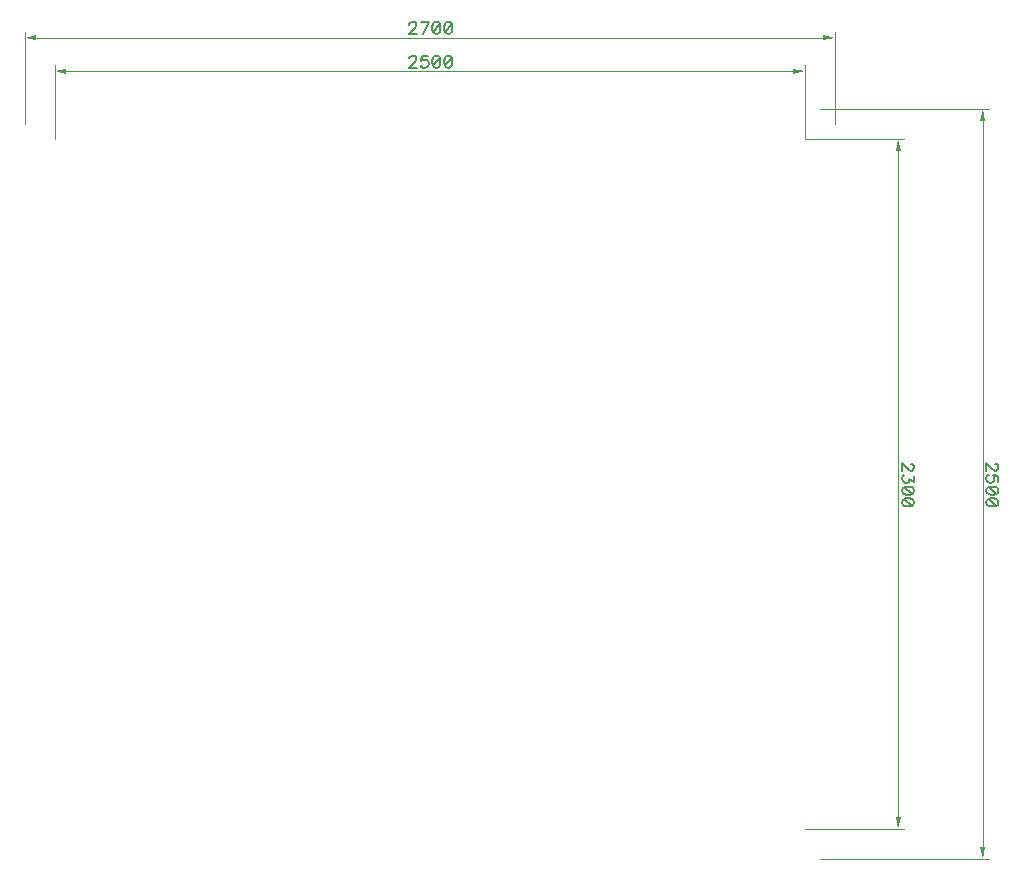
<source format=gbr>
%TF.GenerationSoftware,Novarm,DipTrace,3.2.0.1*%
%TF.CreationDate,2018-09-21T15:33:19-08:00*%
%FSLAX26Y26*%
%MOIN*%
%TF.FileFunction,Drawing,Top*%
%TF.Part,Single*%
%ADD14C,0.001378*%
%ADD143C,0.006176*%
G75*
G01*
%LPD*%
X2993701Y2793701D2*
D14*
X3325886D1*
X2993701Y493701D2*
X3325886D1*
X3306201Y1643701D2*
Y2754331D1*
G36*
Y2793701D2*
X3314075Y2754331D1*
X3298327D1*
X3306201Y2793701D1*
G37*
Y1643701D2*
D14*
Y533071D1*
G36*
Y493701D2*
X3298327Y533071D1*
X3314075D1*
X3306201Y493701D1*
G37*
X493701Y2793701D2*
D14*
Y3038387D1*
X2993701Y2793701D2*
Y3038387D1*
X1743701Y3018702D2*
X533071D1*
G36*
X493701D2*
X533071Y3026576D1*
Y3010828D1*
X493701Y3018702D1*
G37*
X1743701D2*
D14*
X2954331D1*
G36*
X2993701D2*
X2954331Y3010828D1*
Y3026576D1*
X2993701Y3018702D1*
G37*
X393701Y2843701D2*
D14*
Y3150861D1*
X3093701Y2843701D2*
Y3150861D1*
X1743701Y3131176D2*
X433071D1*
G36*
X393701D2*
X433071Y3139050D1*
Y3123302D1*
X393701Y3131176D1*
G37*
X1743701D2*
D14*
X3054331D1*
G36*
X3093701D2*
X3054331Y3123302D1*
Y3139050D1*
X3093701Y3131176D1*
G37*
X3043701Y2893701D2*
D14*
X3606801D1*
X3043701Y393701D2*
X3606801D1*
X3587116Y1643701D2*
Y2854331D1*
G36*
Y2893701D2*
X3594990Y2854331D1*
X3579242D1*
X3587116Y2893701D1*
G37*
Y1643701D2*
D14*
Y433071D1*
G36*
Y393701D2*
X3579242Y433071D1*
X3594990D1*
X3587116Y393701D1*
G37*
X3349009Y1710784D2*
D143*
X3350910D1*
X3354757Y1708883D1*
X3356658Y1706982D1*
X3358560Y1703135D1*
Y1695485D1*
X3356658Y1691683D1*
X3354757Y1689782D1*
X3350910Y1687836D1*
X3347108D1*
X3343261Y1689782D1*
X3337557Y1693584D1*
X3318412Y1712730D1*
Y1685935D1*
X3358560Y1669737D2*
Y1648734D1*
X3343261Y1660186D1*
Y1654438D1*
X3341360Y1650636D1*
X3339458Y1648734D1*
X3333710Y1646789D1*
X3329908D1*
X3324160Y1648734D1*
X3320313Y1652537D1*
X3318412Y1658285D1*
Y1664033D1*
X3320313Y1669737D1*
X3322259Y1671638D1*
X3326061Y1673584D1*
X3358560Y1622941D2*
X3356658Y1628689D1*
X3350910Y1632536D1*
X3341360Y1634437D1*
X3335612D1*
X3326061Y1632536D1*
X3320313Y1628689D1*
X3318412Y1622941D1*
Y1619139D1*
X3320313Y1613391D1*
X3326061Y1609588D1*
X3335612Y1607643D1*
X3341360D1*
X3350910Y1609588D1*
X3356658Y1613391D1*
X3358560Y1619139D1*
Y1622941D1*
X3350910Y1609588D2*
X3326061Y1632536D1*
X3358560Y1583795D2*
X3356658Y1589543D1*
X3350910Y1593390D1*
X3341360Y1595291D1*
X3335612D1*
X3326061Y1593390D1*
X3320313Y1589543D1*
X3318412Y1583795D1*
Y1579993D1*
X3320313Y1574245D1*
X3326061Y1570442D1*
X3335612Y1568497D1*
X3341360D1*
X3350910Y1570442D1*
X3356658Y1574245D1*
X3358560Y1579993D1*
Y1583795D1*
X3350910Y1570442D2*
X3326061Y1593390D1*
X1676618Y3061510D2*
Y3063412D1*
X1678519Y3067258D1*
X1680420Y3069160D1*
X1684267Y3071061D1*
X1691917D1*
X1695719Y3069160D1*
X1697620Y3067258D1*
X1699566Y3063412D1*
Y3059609D1*
X1697620Y3055762D1*
X1693818Y3050058D1*
X1674672Y3030913D1*
X1701467D1*
X1736766Y3071061D2*
X1717665D1*
X1715764Y3053861D1*
X1717665Y3055762D1*
X1723413Y3057708D1*
X1729117D1*
X1734865Y3055762D1*
X1738712Y3051960D1*
X1740613Y3046212D1*
Y3042409D1*
X1738712Y3036661D1*
X1734865Y3032814D1*
X1729117Y3030913D1*
X1723413D1*
X1717665Y3032814D1*
X1715764Y3034760D1*
X1713818Y3038562D1*
X1764461Y3071061D2*
X1758713Y3069160D1*
X1754866Y3063412D1*
X1752965Y3053861D1*
Y3048113D1*
X1754866Y3038562D1*
X1758713Y3032814D1*
X1764461Y3030913D1*
X1768263D1*
X1774011Y3032814D1*
X1777814Y3038562D1*
X1779759Y3048113D1*
Y3053861D1*
X1777814Y3063412D1*
X1774011Y3069160D1*
X1768263Y3071061D1*
X1764461D1*
X1777814Y3063412D2*
X1754866Y3038562D1*
X1803607Y3071061D2*
X1797859Y3069160D1*
X1794012Y3063412D1*
X1792111Y3053861D1*
Y3048113D1*
X1794012Y3038562D1*
X1797859Y3032814D1*
X1803607Y3030913D1*
X1807409D1*
X1813157Y3032814D1*
X1816960Y3038562D1*
X1818905Y3048113D1*
Y3053861D1*
X1816960Y3063412D1*
X1813157Y3069160D1*
X1807409Y3071061D1*
X1803607D1*
X1816960Y3063412D2*
X1794012Y3038562D1*
X1676618Y3173984D2*
Y3175885D1*
X1678519Y3179732D1*
X1680420Y3181633D1*
X1684267Y3183535D1*
X1691917D1*
X1695719Y3181633D1*
X1697620Y3179732D1*
X1699566Y3175885D1*
Y3172083D1*
X1697620Y3168236D1*
X1693818Y3162532D1*
X1674672Y3143387D1*
X1701467D1*
X1721468D2*
X1740613Y3183535D1*
X1713818D1*
X1764461D2*
X1758713Y3181633D1*
X1754866Y3175885D1*
X1752965Y3166335D1*
Y3160587D1*
X1754866Y3151036D1*
X1758713Y3145288D1*
X1764461Y3143387D1*
X1768263D1*
X1774011Y3145288D1*
X1777814Y3151036D1*
X1779759Y3160587D1*
Y3166335D1*
X1777814Y3175885D1*
X1774011Y3181633D1*
X1768263Y3183535D1*
X1764461D1*
X1777814Y3175885D2*
X1754866Y3151036D1*
X1803607Y3183535D2*
X1797859Y3181633D1*
X1794012Y3175885D1*
X1792111Y3166335D1*
Y3160587D1*
X1794012Y3151036D1*
X1797859Y3145288D1*
X1803607Y3143387D1*
X1807409D1*
X1813157Y3145288D1*
X1816960Y3151036D1*
X1818905Y3160587D1*
Y3166335D1*
X1816960Y3175885D1*
X1813157Y3181633D1*
X1807409Y3183535D1*
X1803607D1*
X1816960Y3175885D2*
X1794012Y3151036D1*
X3629924Y1710784D2*
X3631825D1*
X3635672Y1708883D1*
X3637573Y1706982D1*
X3639474Y1703135D1*
Y1695485D1*
X3637573Y1691683D1*
X3635672Y1689782D1*
X3631825Y1687836D1*
X3628022D1*
X3624176Y1689782D1*
X3618472Y1693584D1*
X3599326Y1712730D1*
Y1685935D1*
X3639474Y1650636D2*
Y1669737D1*
X3622274Y1671638D1*
X3624176Y1669737D1*
X3626121Y1663989D1*
Y1658285D1*
X3624176Y1652537D1*
X3620373Y1648690D1*
X3614625Y1646789D1*
X3610823D1*
X3605074Y1648690D1*
X3601228Y1652537D1*
X3599326Y1658285D1*
Y1663989D1*
X3601228Y1669737D1*
X3603173Y1671638D1*
X3606976Y1673584D1*
X3639474Y1622941D2*
X3637573Y1628689D1*
X3631825Y1632536D1*
X3622274Y1634437D1*
X3616526D1*
X3606976Y1632536D1*
X3601228Y1628689D1*
X3599326Y1622941D1*
Y1619139D1*
X3601228Y1613391D1*
X3606976Y1609588D1*
X3616526Y1607643D1*
X3622274D1*
X3631825Y1609588D1*
X3637573Y1613391D1*
X3639474Y1619139D1*
Y1622941D1*
X3631825Y1609588D2*
X3606976Y1632536D1*
X3639474Y1583795D2*
X3637573Y1589543D1*
X3631825Y1593390D1*
X3622274Y1595291D1*
X3616526D1*
X3606976Y1593390D1*
X3601228Y1589543D1*
X3599326Y1583795D1*
Y1579993D1*
X3601228Y1574245D1*
X3606976Y1570442D1*
X3616526Y1568497D1*
X3622274D1*
X3631825Y1570442D1*
X3637573Y1574245D1*
X3639474Y1579993D1*
Y1583795D1*
X3631825Y1570442D2*
X3606976Y1593390D1*
M02*

</source>
